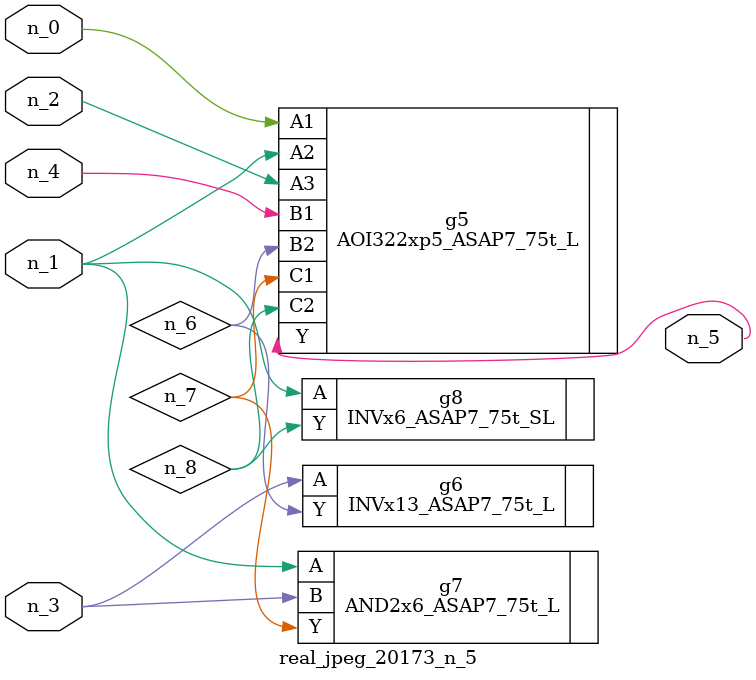
<source format=v>
module real_jpeg_20173_n_5 (n_4, n_0, n_1, n_2, n_3, n_5);

input n_4;
input n_0;
input n_1;
input n_2;
input n_3;

output n_5;

wire n_8;
wire n_6;
wire n_7;

AOI322xp5_ASAP7_75t_L g5 ( 
.A1(n_0),
.A2(n_1),
.A3(n_2),
.B1(n_4),
.B2(n_6),
.C1(n_7),
.C2(n_8),
.Y(n_5)
);

AND2x6_ASAP7_75t_L g7 ( 
.A(n_1),
.B(n_3),
.Y(n_7)
);

INVx6_ASAP7_75t_SL g8 ( 
.A(n_1),
.Y(n_8)
);

INVx13_ASAP7_75t_L g6 ( 
.A(n_3),
.Y(n_6)
);


endmodule
</source>
